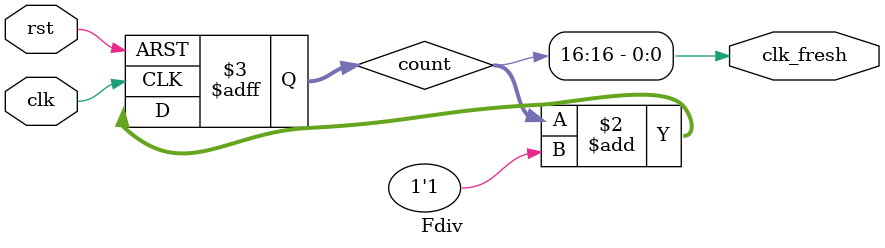
<source format=v>
`timescale 1ns / 1ps


module Fdiv(
        input clk,
        input rst,
        output clk_fresh
    );

    reg[16:0] count;
    always @(posedge rst or posedge clk) begin
        if(rst) count <= 0;
        else count <= count + 1'b1;
    end
    assign clk_fresh = count[16];
endmodule

</source>
